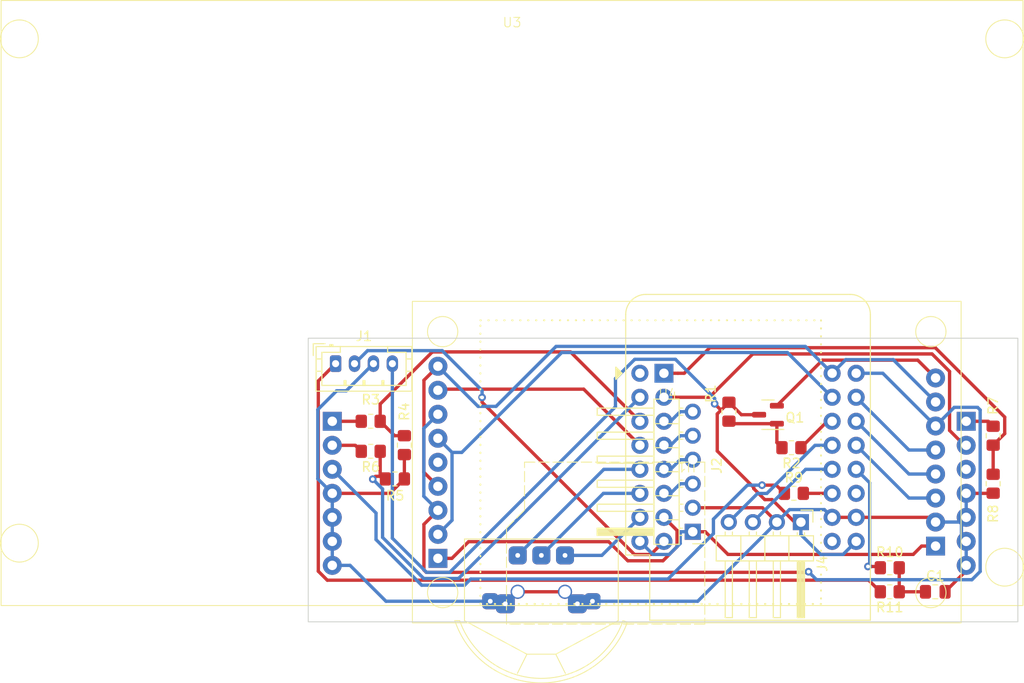
<source format=kicad_pcb>
(kicad_pcb (version 20221018) (generator pcbnew)
  (layers (0 "F.Cu" signal) (31 "B.Cu" signal) (34 "B.Paste" user) (35 "F.Paste" user) (36 "B.SilkS" user "B.Silkscreen") (37 "F.SilkS" user "F.Silkscreen") (38 "B.Mask" user) (39 "F.Mask" user) (44 "Edge.Cuts" user))
  (net 0 "")
  (net 1 "Net-(U3-enable)")
  (net 2 "iVin")
  (net 3 "GND")
  (net 4 "Net-(U3-V_in)")
  (net 5 "+5V")
  (net 6 "Net-(Q1-G)")
  (net 7 "Net-(Q1-S)")
  (net 8 "enable")
  (net 9 "iVout")
  (net 10 "Net-(U3-V_out)")
  (net 11 "Iout")
  (net 12 "up")
  (net 13 "push")
  (net 14 "down")
  (net 15 "Net-(R9-Pad2)")
  (net 16 "Net-(C1-Pad1)")
  (net 17 "DAC_out")
  (net 18 "SDA")
  (net 19 "SCL")
  (net 20 "Net-(R10-Pad1)")
  (net 21 "mode")
  (net 22 "CS")
  (net 23 "RESET")
  (net 24 "A0")
  (net 26 "SCK")
  (net 27 "T_CS")
  (net 30 "led")
  (net 32 "MOSI")
  (net 33 "SD_CS")
  (net 34 "MISO")
  (net 35 "DAC_in")
  (net 36 "3.3V")
  (net 37 "F1")
  (net 38 "F2")
  (net 39 "F3")
  (net 40 "F4")
  (footprint "Resistor_SMD:R_0805_2012Metric_Pad1.20x1.40mm_HandSolder" (layer "F.Cu") (at 110.744 94.996 180)
    (fp_text reference "R3" (at 0 2.286) (layer "F.SilkS"))
    (fp_text value "1k" hide)
    (pad "1" smd roundrect (at -1 0 180) (size 1.2 1.4) (layers "F.Cu" "F.Paste" "F.Mask") (roundrect_rratio 0.208333) (net 8 "enable"))
    (pad "2" smd roundrect (at 1 0 180) (size 1.2 1.4) (layers "F.Cu" "F.Paste" "F.Mask") (roundrect_rratio 0.208333) (net 1 "Net-(U3-enable)"))
  )
  (footprint "Capacitor_SMD:C_0805_2012Metric_Pad1.18x1.45mm_HandSolder" (layer "F.Cu") (at 170.4125 113.03)
    (fp_text reference "C1" (at 0 -1.68) (layer "F.SilkS"))
    (fp_text value "68nF" hide)
    (pad "1" smd roundrect (at -1.0375 0) (size 1.175 1.45) (layers "F.Cu" "F.Paste" "F.Mask") (roundrect_rratio 0.212766) (net 16 "Net-(C1-Pad1)"))
    (pad "2" smd roundrect (at 1.0375 0) (size 1.175 1.45) (layers "F.Cu" "F.Paste" "F.Mask") (roundrect_rratio 0.212766) (net 3 "GND"))
  )
  (footprint "Resistor_SMD:R_0805_2012Metric_Pad1.20x1.40mm_HandSolder" (layer "F.Cu") (at 176.53 101.6 90)
    (fp_text reference "R8" (at -3.175 0 90) (layer "F.SilkS"))
    (fp_text value "3k")
    (pad "1" smd roundrect (at -1 0 90) (size 1.2 1.4) (layers "F.Cu" "F.Paste" "F.Mask") (roundrect_rratio 0.208333) (net 3 "GND"))
    (pad "2" smd roundrect (at 1 0 90) (size 1.2 1.4) (layers "F.Cu" "F.Paste" "F.Mask") (roundrect_rratio 0.208333) (net 9 "iVout"))
  )
  (footprint "Resistor_SMD:R_0805_2012Metric_Pad1.20x1.40mm_HandSolder" (layer "F.Cu") (at 114.3 97.52 90)
    (fp_text reference "R4" (at 3.54 0 90) (layer "F.SilkS"))
    (fp_text value "1k" hide)
    (pad "1" smd roundrect (at -1 0 90) (size 1.2 1.4) (layers "F.Cu" "F.Paste" "F.Mask") (roundrect_rratio 0.208333) (net 3 "GND"))
    (pad "2" smd roundrect (at 1 0 90) (size 1.2 1.4) (layers "F.Cu" "F.Paste" "F.Mask") (roundrect_rratio 0.208333) (net 8 "enable"))
  )
  (footprint "Resistor_SMD:R_0805_2012Metric_Pad1.20x1.40mm_HandSolder" (layer "F.Cu") (at 176.53 96.52 90)
    (fp_text reference "R7" (at 3.175 0 90) (layer "F.SilkS"))
    (fp_text value "97k")
    (pad "1" smd roundrect (at -1 0 90) (size 1.2 1.4) (layers "F.Cu" "F.Paste" "F.Mask") (roundrect_rratio 0.208333) (net 9 "iVout"))
    (pad "2" smd roundrect (at 1 0 90) (size 1.2 1.4) (layers "F.Cu" "F.Paste" "F.Mask") (roundrect_rratio 0.208333) (net 10 "Net-(U3-V_out)"))
  )
  (footprint "Resistor_SMD:R_0805_2012Metric_Pad1.20x1.40mm_HandSolder" (layer "F.Cu") (at 110.744 98.171 180)
    (fp_text reference "R6" (at 0 -1.65) (layer "F.SilkS"))
    (fp_text value "97k" hide)
    (pad "1" smd roundrect (at -1 0 180) (size 1.2 1.4) (layers "F.Cu" "F.Paste" "F.Mask") (roundrect_rratio 0.208333) (net 2 "iVin"))
    (pad "2" smd roundrect (at 1 0 180) (size 1.2 1.4) (layers "F.Cu" "F.Paste" "F.Mask") (roundrect_rratio 0.208333) (net 4 "Net-(U3-V_in)"))
  )
  (footprint "Resistor_SMD:R_0805_2012Metric_Pad1.20x1.40mm_HandSolder" (layer "F.Cu") (at 148.6025 93.9825 -90)
    (fp_text reference "R1" (at -1.9075 1.9175 90) (layer "F.SilkS"))
    (fp_text value "30k")
    (pad "1" smd roundrect (at -1 0 270) (size 1.2 1.4) (layers "F.Cu" "F.Paste" "F.Mask") (roundrect_rratio 0.208333) (net 5 "+5V"))
    (pad "2" smd roundrect (at 1 0 270) (size 1.2 1.4) (layers "F.Cu" "F.Paste" "F.Mask") (roundrect_rratio 0.208333) (net 6 "Net-(Q1-G)"))
  )
  (footprint "Resistor_SMD:R_0805_2012Metric_Pad1.20x1.40mm_HandSolder" (layer "F.Cu") (at 113.3 101.092 180)
    (fp_text reference "R5" (at -0.016 -1.778) (layer "F.SilkS"))
    (fp_text value "3k" hide)
    (pad "1" smd roundrect (at -1 0 180) (size 1.2 1.4) (layers "F.Cu" "F.Paste" "F.Mask") (roundrect_rratio 0.208333) (net 3 "GND"))
    (pad "2" smd roundrect (at 1 0 180) (size 1.2 1.4) (layers "F.Cu" "F.Paste" "F.Mask") (roundrect_rratio 0.208333) (net 2 "iVin"))
  )
  (footprint "Resistor_SMD:R_0805_2012Metric_Pad1.20x1.40mm_HandSolder" (layer "F.Cu") (at 165.6025 113.03 180)
    (fp_text reference "R11" (at 0 -1.65) (layer "F.SilkS"))
    (fp_text value "?k" hide)
    (pad "1" smd roundrect (at -1 0 180) (size 1.2 1.4) (layers "F.Cu" "F.Paste" "F.Mask") (roundrect_rratio 0.208333) (net 16 "Net-(C1-Pad1)"))
    (pad "2" smd roundrect (at 1 0 180) (size 1.2 1.4) (layers "F.Cu" "F.Paste" "F.Mask") (roundrect_rratio 0.208333) (net 17 "DAC_out"))
  )
  (footprint "Resistor_SMD:R_0805_2012Metric_Pad1.20x1.40mm_HandSolder" (layer "F.Cu") (at 155.464 102.616)
    (fp_text reference "R9" (at 0 -1.65) (layer "F.SilkS"))
    (fp_text value "10k")
    (pad "1" smd roundrect (at -1 0) (size 1.2 1.4) (layers "F.Cu" "F.Paste" "F.Mask") (roundrect_rratio 0.208333) (net 35 "DAC_in"))
    (pad "2" smd roundrect (at 1 0) (size 1.2 1.4) (layers "F.Cu" "F.Paste" "F.Mask") (roundrect_rratio 0.208333) (net 15 "Net-(R9-Pad2)"))
  )
  (footprint "Connector_PinHeader_2.54mm:PinHeader_1x06_P2.54mm_Horizontal" (layer "F.Cu") (at 144.78 106.68 180)
    (fp_text reference "J2" (at -2.54 6.985 270) (layer "F.SilkS"))
    (fp_text value "free" hide)
    (pad "1" thru_hole rect (at 0 0 180) (size 1.7 1.7) (drill 1) (layers "*.Cu" "*.Mask") (net 36 "3.3V"))
    (pad "2" thru_hole oval (at 0 2.54 180) (size 1.7 1.7) (drill 1) (layers "*.Cu" "*.Mask") (net 3 "GND"))
    (pad "3" thru_hole oval (at 0 5.08 180) (size 1.7 1.7) (drill 1) (layers "*.Cu" "*.Mask") (net 37 "F1"))
    (pad "4" thru_hole oval (at 0 7.62 180) (size 1.7 1.7) (drill 1) (layers "*.Cu" "*.Mask") (net 38 "F2"))
    (pad "5" thru_hole oval (at 0 10.16 180) (size 1.7 1.7) (drill 1) (layers "*.Cu" "*.Mask") (net 39 "F3"))
    (pad "6" thru_hole oval (at 0 12.7 180) (size 1.7 1.7) (drill 1) (layers "*.Cu" "*.Mask") (net 40 "F4"))
  )
  (footprint "Connector_JST:JST_PH_B4B-PH-K_1x04_P2.00mm_Vertical" (layer "F.Cu") (at 107.03 88.9)
    (fp_text reference "J1" (at 3 -2.9) (layer "F.SilkS"))
    (fp_text value "dcdc")
    (pad "1" thru_hole roundrect (at 0 0) (size 1.2 1.75) (drill 0.75) (layers "*.Cu" "*.Mask") (roundrect_rratio 0.208333) (net 17 "DAC_out"))
    (pad "2" thru_hole oval (at 2 0) (size 1.2 1.75) (drill 0.75) (layers "*.Cu" "*.Mask") (net 21 "mode"))
    (pad "3" thru_hole oval (at 4 0) (size 1.2 1.75) (drill 0.75) (layers "*.Cu" "*.Mask") (net 3 "GND"))
    (pad "4" thru_hole oval (at 6 0) (size 1.2 1.75) (drill 0.75) (layers "*.Cu" "*.Mask") (net 5 "+5V"))
  )
  (footprint "Resistor_SMD:R_0805_2012Metric_Pad1.20x1.40mm_HandSolder" (layer "F.Cu") (at 165.6025 110.49)
    (fp_text reference "R10" (at 0 -1.65) (layer "F.SilkS"))
    (fp_text value "?k" hide)
    (pad "1" smd roundrect (at -1 0) (size 1.2 1.4) (layers "F.Cu" "F.Paste" "F.Mask") (roundrect_rratio 0.208333) (net 20 "Net-(R10-Pad1)"))
    (pad "2" smd roundrect (at 1 0) (size 1.2 1.4) (layers "F.Cu" "F.Paste" "F.Mask") (roundrect_rratio 0.208333) (net 16 "Net-(C1-Pad1)"))
  )
  (footprint "Connector_PinHeader_2.54mm:PinHeader_1x04_P2.54mm_Horizontal" (layer "F.Cu") (at 156.21 105.664 -90)
    (fp_text reference "J4" (at 4.385 -2.27 90) (layer "F.SilkS"))
    (fp_text value "I2C/Uart")
    (pad "1" thru_hole rect (at 0 0 270) (size 1.7 1.7) (drill 1) (layers "*.Cu" "*.Mask") (net 5 "+5V"))
    (pad "2" thru_hole oval (at 0 2.54 270) (size 1.7 1.7) (drill 1) (layers "*.Cu" "*.Mask") (net 3 "GND"))
    (pad "3" thru_hole oval (at 0 5.08 270) (size 1.7 1.7) (drill 1) (layers "*.Cu" "*.Mask") (net 18 "SDA"))
    (pad "4" thru_hole oval (at 0 7.62 270) (size 1.7 1.7) (drill 1) (layers "*.Cu" "*.Mask") (net 19 "SCL"))
  )
  (footprint "Esp20A80V:display 128x160 +touch +sd" (layer "F.Cu") (at 144.145 99.314 180)
    (fp_text reference "U1" (at 0 -0.5 180 unlocked) (layer "F.SilkS") (effects (font (thickness 0.1))))
    (fp_text value "spi tft with touch (+ sd card)")
    (pad "1" thru_hole rect (at -26.3 -8.88 180) (size 2 2) (drill 1) (layers "*.Cu" "*.Mask") (net 36 "3.3V"))
    (pad "2" thru_hole circle (at -26.3 -6.34 180) (size 2 2) (drill 1) (layers "*.Cu" "*.Mask") (net 3 "GND"))
    (pad "3" thru_hole circle (at -26.3 -3.8 180) (size 2 2) (drill 1) (layers "*.Cu" "*.Mask") (net 22 "CS"))
    (pad "4" thru_hole circle (at -26.3 -1.26 180) (size 2 2) (drill 1) (layers "*.Cu" "*.Mask") (net 23 "RESET"))
    (pad "5" thru_hole circle (at -26.3 1.28 180) (size 2 2) (drill 1) (layers "*.Cu" "*.Mask") (net 24 "A0"))
    (pad "6" thru_hole circle (at -26.3 3.82 180) (size 2 2) (drill 1) (layers "*.Cu" "*.Mask") (net 32 "MOSI"))
    (pad "7" thru_hole circle (at -26.3 6.36 180) (size 2 2) (drill 1) (layers "*.Cu" "*.Mask") (net 26 "SCK"))
    (pad "8" thru_hole circle (at -26.3 8.9 180) (size 2 2) (drill 1) (layers "*.Cu" "*.Mask") (net 7 "Net-(Q1-S)"))
    (pad "9" thru_hole rect (at 26.3 -10.18 180) (size 2 2) (drill 1) (layers "*.Cu" "*.Mask") (net 33 "SD_CS"))
    (pad "10" thru_hole circle (at 26.3 -7.64 180) (size 2 2) (drill 1) (layers "*.Cu" "*.Mask") (net 34 "MISO"))
    (pad "11" thru_hole circle (at 26.3 -5.1 180) (size 2 2) (drill 1) (layers "*.Cu" "*.Mask") (net 32 "MOSI"))
    (pad "12" thru_hole circle (at 26.3 -2.56 180) (size 2 2) (drill 1) (layers "*.Cu" "*.Mask") (net 26 "SCK"))
    (pad "13" thru_hole circle (at 26.3 -0.02 180) (size 2 2) (drill 1) (layers "*.Cu" "*.Mask"))
    (pad "14" thru_hole circle (at 26.3 2.52 180) (size 2 2) (drill 1) (layers "*.Cu" "*.Mask") (net 34 "MISO"))
    (pad "15" thru_hole circle (at 26.3 5.06 180) (size 2 2) (drill 1) (layers "*.Cu" "*.Mask") (net 32 "MOSI"))
    (pad "16" thru_hole circle (at 26.3 7.6 180) (size 2 2) (drill 1) (layers "*.Cu" "*.Mask") (net 27 "T_CS"))
    (pad "17" thru_hole circle (at 26.3 10.14 180) (size 2 2) (drill 1) (layers "*.Cu" "*.Mask") (net 26 "SCK"))
  )
  (footprint "Esp20A80V:20A80V dcdc" (layer "F.Cu") (at 125.68 82.486)
    (fp_text reference "U3" (at 0 -29.67 unlocked) (layer "F.SilkS") (effects (font (thickness 0.1))))
    (fp_text value "20A 80V dcdc")
    (pad "1" thru_hole rect (at -19 12.51) (size 2 2) (drill 1) (layers "*.Cu" "*.Mask") (net 1 "Net-(U3-enable)"))
    (pad "2" thru_hole circle (at -19 15.05) (size 2 2) (drill 1) (layers "*.Cu" "*.Mask") (net 4 "Net-(U3-V_in)"))
    (pad "3" thru_hole circle (at -19 17.59) (size 2 2) (drill 1) (layers "*.Cu" "*.Mask") (net 35 "DAC_in"))
    (pad "4" thru_hole circle (at -19 20.13) (size 2 2) (drill 1) (layers "*.Cu" "*.Mask") (net 3 "GND"))
    (pad "5" thru_hole circle (at -19 22.67) (size 2 2) (drill 1) (layers "*.Cu" "*.Mask") (net 3 "GND"))
    (pad "6" thru_hole circle (at -19 25.21) (size 2 2) (drill 1) (layers "*.Cu" "*.Mask") (net 3 "GND"))
    (pad "7" thru_hole circle (at -19 27.75) (size 2 2) (drill 1) (layers "*.Cu" "*.Mask") (net 3 "GND"))
    (pad "8" thru_hole rect (at 48 12.51) (size 2 2) (drill 1) (layers "*.Cu" "*.Mask") (net 10 "Net-(U3-V_out)"))
    (pad "9" thru_hole circle (at 48 15.05) (size 2 2) (drill 1) (layers "*.Cu" "*.Mask") (net 11 "Iout"))
    (pad "10" thru_hole circle (at 48 17.59) (size 2 2) (drill 1) (layers "*.Cu" "*.Mask"))
    (pad "11" thru_hole circle (at 48 20.13) (size 2 2) (drill 1) (layers "*.Cu" "*.Mask") (net 3 "GND"))
    (pad "12" thru_hole circle (at 48 22.67) (size 2 2) (drill 1) (layers "*.Cu" "*.Mask") (net 3 "GND"))
    (pad "13" thru_hole circle (at 48 25.21) (size 2 2) (drill 1) (layers "*.Cu" "*.Mask") (net 3 "GND"))
    (pad "14" thru_hole circle (at 48 27.75) (size 2 2) (drill 1) (layers "*.Cu" "*.Mask") (net 3 "GND"))
  )
  (footprint "Esp20A80V:Wemos S2 Mini" (layer "F.Cu") (at 142.137 92.611)
    (fp_text reference "U4" (at 0 -0.5 unlocked) (layer "F.SilkS") (effects (font (thickness 0.1))))
    (fp_text value "Wemos S2 Mini")
    (pad "1" thru_hole rect (at -0.405 -2.695) (size 2 2) (drill 1) (layers "*.Cu" "*.Mask") (net 9 "iVout"))
    (pad "2" thru_hole circle (at -0.405 -0.155) (size 1.8 1.8) (drill 1) (layers "*.Cu" "*.Mask") (net 11 "Iout"))
    (pad "3" thru_hole circle (at -2.945 -0.155) (size 1.8 1.8) (drill 1) (layers "*.Cu" "*.Mask") (net 2 "iVin"))
    (pad "4" thru_hole circle (at -0.405 2.385) (size 1.8 1.8) (drill 1) (layers "*.Cu" "*.Mask") (net 40 "F4"))
    (pad "5" thru_hole circle (at -2.945 2.385) (size 1.8 1.8) (drill 1) (layers "*.Cu" "*.Mask") (net 8 "enable"))
    (pad "6" thru_hole circle (at -0.405 4.925) (size 1.8 1.8) (drill 1) (layers "*.Cu" "*.Mask") (net 39 "F3"))
    (pad "7" thru_hole circle (at -2.945 4.925) (size 1.8 1.8) (drill 1) (layers "*.Cu" "*.Mask") (net 27 "T_CS"))
    (pad "8" thru_hole circle (at -0.405 7.465) (size 1.8 1.8) (drill 1) (layers "*.Cu" "*.Mask") (net 38 "F2"))
    (pad "9" thru_hole circle (at -2.945 7.465) (size 1.8 1.8) (drill 1) (layers "*.Cu" "*.Mask") (net 14 "down"))
    (pad "10" thru_hole circle (at -0.405 10.005) (size 1.8 1.8) (drill 1) (layers "*.Cu" "*.Mask") (net 37 "F1"))
    (pad "11" thru_hole circle (at -2.945 10.005) (size 1.8 1.8) (drill 1) (layers "*.Cu" "*.Mask") (net 13 "push"))
    (pad "12" thru_hole circle (at -2.945 12.545) (size 1.8 1.8) (drill 1) (layers "*.Cu" "*.Mask") (net 12 "up"))
    (pad "13" thru_hole circle (at -0.405 12.545) (size 1.8 1.8) (drill 1) (layers "*.Cu" "*.Mask") (net 33 "SD_CS"))
    (pad "14" thru_hole circle (at -0.405 15.085) (size 1.8 1.8) (drill 1) (layers "*.Cu" "*.Mask") (net 21 "mode"))
    (pad "15" thru_hole circle (at 17.375 15.085) (size 1.8 1.8) (drill 1) (layers "*.Cu" "*.Mask"))
    (pad "16" thru_hole circle (at 19.915 10.005) (size 1.8 1.8) (drill 1) (layers "*.Cu" "*.Mask"))
    (pad "17" thru_hole circle (at 17.375 10.005) (size 1.8 1.8) (drill 1) (layers "*.Cu" "*.Mask") (net 15 "Net-(R9-Pad2)"))
    (pad "18" thru_hole circle (at 19.915 7.465) (size 1.8 1.8) (drill 1) (layers "*.Cu" "*.Mask") (net 20 "Net-(R10-Pad1)"))
    (pad "21" thru_hole circle (at 17.375 7.465) (size 1.8 1.8) (drill 1) (layers "*.Cu" "*.Mask") (net 18 "SDA"))
    (pad "33" thru_hole circle (at 19.915 4.925) (size 1.8 1.8) (drill 1) (layers "*.Cu" "*.Mask") (net 22 "CS"))
    (pad "34" thru_hole circle (at 17.375 4.925) (size 1.8 1.8) (drill 1) (layers "*.Cu" "*.Mask") (net 19 "SCL"))
    (pad "35" thru_hole circle (at 19.915 2.385) (size 1.8 1.8) (drill 1) (layers "*.Cu" "*.Mask") (net 23 "RESET"))
    (pad "36" thru_hole circle (at 17.375 2.385) (size 1.8 1.8) (drill 1) (layers "*.Cu" "*.Mask") (net 30 "led"))
    (pad "37" thru_hole circle (at 19.915 -0.155) (size 1.8 1.8) (drill 1) (layers "*.Cu" "*.Mask") (net 24 "A0"))
    (pad "38" thru_hole circle (at 17.375 -0.155) (size 1.8 1.8) (drill 1) (layers "*.Cu" "*.Mask") (net 34 "MISO"))
    (pad "39" thru_hole circle (at 19.915 -2.695) (size 1.8 1.8) (drill 1) (layers "*.Cu" "*.Mask") (net 32 "MOSI"))
    (pad "40" thru_hole circle (at 17.375 -2.695) (size 1.8 1.8) (drill 1) (layers "*.Cu" "*.Mask") (net 26 "SCK"))
    (pad "50" thru_hole circle (at -2.945 15.085) (size 1.8 1.8) (drill 1) (layers "*.Cu" "*.Mask") (net 36 "3.3V"))
    (pad "51" thru_hole circle (at 19.915 15.085) (size 1.8 1.8) (drill 1) (layers "*.Cu" "*.Mask") (net 5 "+5V"))
    (pad "52" thru_hole circle (at -2.945 -2.695) (size 1.8 1.8) (drill 1) (layers "*.Cu" "*.Mask"))
    (pad "53" thru_hole circle (at 17.375 12.545) (size 1.8 1.8) (drill 1) (layers "*.Cu" "*.Mask") (net 3 "GND"))
    (pad "54" thru_hole circle (at 19.915 12.545) (size 1.8 1.8) (drill 1) (layers "*.Cu" "*.Mask") (net 3 "GND"))
  )
  (footprint "Resistor_SMD:R_0805_2012Metric_Pad1.20x1.40mm_HandSolder" (layer "F.Cu") (at 155.21 97.79 180)
    (fp_text reference "R2" (at 0 -1.65) (layer "F.SilkS"))
    (fp_text value "70k")
    (pad "1" smd roundrect (at -1 0 180) (size 1.2 1.4) (layers "F.Cu" "F.Paste" "F.Mask") (roundrect_rratio 0.208333) (net 30 "led"))
    (pad "2" smd roundrect (at 1 0 180) (size 1.2 1.4) (layers "F.Cu" "F.Paste" "F.Mask") (roundrect_rratio 0.208333) (net 6 "Net-(Q1-G)"))
  )
  (footprint "Package_TO_SOT_SMD:SOT-23" (layer "F.Cu") (at 152.7325 94.3 180)
    (fp_text reference "Q1" (at -2.8425 -0.315) (layer "F.SilkS"))
    (fp_text value "SI2305")
    (pad "1" smd roundrect (at -0.9375 -0.95 180) (size 1.475 0.6) (layers "F.Cu" "F.Paste" "F.Mask") (net 6 "Net-(Q1-G)"))
    (pad "2" smd roundrect (at -0.9375 0.95 180) (size 1.475 0.6) (layers "F.Cu" "F.Paste" "F.Mask") (net 7 "Net-(Q1-S)"))
    (pad "3" smd roundrect (at 0.9375 0 180) (size 1.475 0.6) (layers "F.Cu" "F.Paste" "F.Mask") (net 5 "+5V"))
  )
  (footprint "Esp20A80V:3way dial switch" (layer "F.Cu") (at 128.778 113.03 180)
    (fp_text reference "SW1" hide)
    (fp_text value "3x button" hide)
    (pad "1" thru_hole roundrect (at -2.5 3.85 180) (size 1.9 1.9) (drill 0.5) (layers "*.Cu" "*.Mask") (net 12 "up"))
    (pad "2" thru_hole roundrect (at 0 3.85 180) (size 1.9 1.9) (drill 0.5) (layers "*.Cu" "*.Mask") (net 13 "push"))
    (pad "3" thru_hole roundrect (at 2.5 3.85 180) (size 1.9 1.9) (drill 0.5) (layers "*.Cu" "*.Mask") (net 14 "down"))
    (pad "4" thru_hole roundrect (at -5.4 -1 180) (size 1.7 1.7) (drill 0.5) (layers "*.Cu" "*.Mask") (net 3 "GND"))
    (pad "4" thru_hole roundrect (at -3.81 -1.27 180) (size 2 2) (drill 0.5) (layers "*.Cu" "*.Mask") (net 3 "GND"))
    (pad "4" thru_hole circle (at -2.5 0 180) (size 1.5 1.5) (drill 1.2) (layers "*.Cu" "*.Mask") (net 3 "GND"))
    (pad "4" thru_hole circle (at 2.5 0 180) (size 1.5 1.5) (drill 1.2) (layers "*.Cu" "F.Mask") (net 3 "GND"))
    (pad "4" thru_hole roundrect (at 3.81 -1.27 180) (size 2 2) (drill 0.5) (layers "*.Cu" "*.Mask") (net 3 "GND"))
    (pad "4" thru_hole roundrect (at 5.4 -1 180) (size 1.7 1.7) (drill 0.5) (layers "*.Cu" "*.Mask") (net 3 "GND"))
  )
  (gr_rect (start 104.14 86.205) (end 179.14 116.205) (stroke (width 0.1)) (fill none) (layer "Edge.Cuts"))
  (segment (start 106.68 94.996) (end 109.744 94.996) (width 0.35) (layer "F.Cu") (net 1))
  (segment (start 111.744 100.814) (end 111.744 98.171) (width 0.35) (layer "F.Cu") (net 2))
  (segment (start 111.2581 100.814) (end 110.9557 101.1164) (width 0.35) (layer "F.Cu") (net 2))
  (segment (start 111.744 100.814) (end 111.2581 100.814) (width 0.35) (layer "F.Cu") (net 2))
  (segment (start 112.3 101.092) (end 112.022 100.814) (width 0.35) (layer "F.Cu") (net 2))
  (segment (start 112.022 100.814) (end 111.744 100.814) (width 0.35) (layer "F.Cu") (net 2))
  (via (at 110.9557 101.1164) (size 0.8) (drill 0.4) (layers "F.Cu" "B.Cu") (net 2))
  (segment (start 120.0249 111.6231) (end 139.192 92.456) (width 0.35) (layer "B.Cu") (net 2))
  (segment (start 111.995 102.1557) (end 111.995 107.2782) (width 0.35) (layer "B.Cu") (net 2))
  (segment (start 110.9557 101.1164) (end 111.995 102.1557) (width 0.35) (layer "B.Cu") (net 2))
  (segment (start 111.995 107.2782) (end 116.3399 111.6231) (width 0.35) (layer "B.Cu") (net 2))
  (segment (start 116.3399 111.6231) (end 120.0249 111.6231) (width 0.35) (layer "B.Cu") (net 2))
  (segment (start 162.052 105.156) (end 169.947 105.156) (width 0.35) (layer "F.Cu") (net 3))
  (segment (start 114.3 98.52) (end 114.3 101.092) (width 0.35) (layer "F.Cu") (net 3))
  (segment (start 126.278 113.03) (end 131.278 113.03) (width 0.35) (layer "F.Cu") (net 3))
  (segment (start 159.512 105.156) (end 162.052 105.156) (width 0.35) (layer "F.Cu") (net 3))
  (segment (start 112.776 102.616) (end 114.3 101.092) (width 0.35) (layer "F.Cu") (net 3))
  (segment (start 169.947 105.156) (end 170.445 105.654) (width 0.35) (layer "F.Cu") (net 3))
  (segment (start 133.908 114.3) (end 134.178 114.03) (width 0.35) (layer "F.Cu") (net 3))
  (segment (start 132.588 114.3) (end 133.908 114.3) (width 0.35) (layer "F.Cu") (net 3))
  (segment (start 144.78 104.14) (end 152.146 104.14) (width 0.35) (layer "F.Cu") (net 3))
  (segment (start 152.146 104.14) (end 153.67 105.664) (width 0.35) (layer "F.Cu") (net 3))
  (segment (start 173.68 102.616) (end 176.514 102.616) (width 0.35) (layer "F.Cu") (net 3))
  (segment (start 171.45 113.03) (end 173.68 110.8) (width 0.35) (layer "F.Cu") (net 3))
  (segment (start 173.68 110.8) (end 173.68 110.236) (width 0.35) (layer "F.Cu") (net 3))
  (segment (start 106.68 102.616) (end 112.776 102.616) (width 0.35) (layer "F.Cu") (net 3))
  (segment (start 124.968 114.3) (end 124.698 114.03) (width 0.35) (layer "F.Cu") (net 3))
  (segment (start 124.698 114.03) (end 123.378 114.03) (width 0.35) (layer "F.Cu") (net 3))
  (segment (start 176.514 102.616) (end 176.53 102.6) (width 0.35) (layer "F.Cu") (net 3))
  (segment (start 106.68 102.616) (end 106.68 105.156) (width 0.35) (layer "B.Cu") (net 3))
  (segment (start 153.67 105.664) (end 145.304 114.03) (width 0.35) (layer "B.Cu") (net 3))
  (segment (start 173.68 102.616) (end 173.68 105.156) (width 0.35) (layer "B.Cu") (net 3))
  (segment (start 159.512 105.156) (end 158.6931 104.3371) (width 0.35) (layer "B.Cu") (net 3))
  (segment (start 112.3539 114.03) (end 108.5599 110.236) (width 0.35) (layer "B.Cu") (net 3))
  (segment (start 131.318 113.03) (end 132.588 114.3) (width 0.35) (layer "B.Cu") (net 3))
  (segment (start 105.1501 101.0861) (end 106.68 102.616) (width 0.35) (layer "B.Cu") (net 3))
  (segment (start 170.445 105.654) (end 173.182 105.654) (width 0.35) (layer "B.Cu") (net 3))
  (segment (start 173.182 105.654) (end 173.182 107.198) (width 0.35) (layer "B.Cu") (net 3))
  (segment (start 106.68 110.236) (end 106.68 107.696) (width 0.35) (layer "B.Cu") (net 3))
  (segment (start 173.68 107.696) (end 173.68 110.236) (width 0.35) (layer "B.Cu") (net 3))
  (segment (start 107.1451 91.7684) (end 105.1501 93.7634) (width 0.35) (layer "B.Cu") (net 3))
  (segment (start 105.1501 93.7634) (end 105.1501 101.0861) (width 0.35) (layer "B.Cu") (net 3))
  (segment (start 106.68 107.696) (end 106.68 105.156) (width 0.35) (layer "B.Cu") (net 3))
  (segment (start 154.9969 104.3371) (end 153.67 105.664) (width 0.35) (layer "B.Cu") (net 3))
  (segment (start 125.008 114.3) (end 126.278 113.03) (width 0.35) (layer "B.Cu") (net 3))
  (segment (start 123.378 114.03) (end 112.3539 114.03) (width 0.35) (layer "B.Cu") (net 3))
  (segment (start 158.6931 104.3371) (end 154.9969 104.3371) (width 0.35) (layer "B.Cu") (net 3))
  (segment (start 131.278 113.03) (end 131.318 113.03) (width 0.35) (layer "B.Cu") (net 3))
  (segment (start 173.182 105.654) (end 173.68 105.156) (width 0.35) (layer "B.Cu") (net 3))
  (segment (start 108.1616 91.7684) (end 107.1451 91.7684) (width 0.35) (layer "B.Cu") (net 3))
  (segment (start 124.968 114.3) (end 125.008 114.3) (width 0.35) (layer "B.Cu") (net 3))
  (segment (start 145.304 114.03) (end 134.178 114.03) (width 0.35) (layer "B.Cu") (net 3))
  (segment (start 111.03 88.9) (end 108.1616 91.7684) (width 0.35) (layer "B.Cu") (net 3))
  (segment (start 173.182 107.198) (end 173.68 107.696) (width 0.35) (layer "B.Cu") (net 3))
  (segment (start 108.5599 110.236) (end 106.68 110.236) (width 0.35) (layer "B.Cu") (net 3))
  (segment (start 109.109 97.536) (end 109.744 98.171) (width 0.35) (layer "F.Cu") (net 4))
  (segment (start 106.68 97.536) (end 109.109 97.536) (width 0.35) (layer "F.Cu") (net 4))
  (segment (start 155.5465 105.664) (end 156.21 105.664) (width 0.35) (layer "F.Cu") (net 5))
  (segment (start 147.7669 93.8181) (end 147.3683 94.2167) (width 0.35) (layer "F.Cu") (net 5))
  (segment (start 147.3683 98.14) (end 151.2232 101.9949) (width 0.35) (layer "F.Cu") (net 5))
  (segment (start 151.2232 102.1149) (end 152.3906 103.2823) (width 0.35) (layer "F.Cu") (net 5))
  (segment (start 151.795 94.3) (end 149.92 94.3) (width 0.35) (layer "F.Cu") (net 5))
  (segment (start 151.2232 101.9949) (end 151.2232 102.1149) (width 0.35) (layer "F.Cu") (net 5))
  (segment (start 147.7669 93.8181) (end 148.6025 92.9825) (width 0.35) (layer "F.Cu") (net 5))
  (segment (start 149.92 94.3) (end 148.6025 92.9825) (width 0.35) (layer "F.Cu") (net 5))
  (segment (start 147.7669 93.8181) (end 147.0917 93.143) (width 0.35) (layer "F.Cu") (net 5))
  (segment (start 152.3906 103.2823) (end 153.1648 103.2823) (width 0.35) (layer "F.Cu") (net 5))
  (segment (start 147.3683 94.2167) (end 147.3683 98.14) (width 0.35) (layer "F.Cu") (net 5))
  (segment (start 153.1648 103.2823) (end 155.5465 105.664) (width 0.35) (layer "F.Cu") (net 5))
  (via (at 147.0917 93.143) (size 0.8) (drill 0.4) (layers "F.Cu" "B.Cu") (net 5))
  (segment (start 136.6103 90.4777) (end 136.6103 93.4564) (width 0.35) (layer "B.Cu") (net 5))
  (segment (start 113.03 107.3613) (end 113.03 88.9) (width 0.35) (layer "B.Cu") (net 5))
  (segment (start 147.0917 92.582) (end 142.948 88.4383) (width 0.35) (layer "B.Cu") (net 5))
  (segment (start 160.6659 109.0821) (end 162.052 107.696) (width 0.35) (layer "B.Cu") (net 5))
  (segment (start 138.6497 88.4383) (end 136.6103 90.4777) (width 0.35) (layer "B.Cu") (net 5))
  (segment (start 119.0958 110.9709) (end 116.6396 110.9709) (width 0.35) (layer "B.Cu") (net 5))
  (segment (start 147.0917 93.143) (end 147.0917 92.582) (width 0.35) (layer "B.Cu") (net 5))
  (segment (start 142.948 88.4383) (end 138.6497 88.4383) (width 0.35) (layer "B.Cu") (net 5))
  (segment (start 136.6103 93.4564) (end 119.0958 110.9709) (width 0.35) (layer "B.Cu") (net 5))
  (segment (start 156.21 105.664) (end 156.21 106.9909) (width 0.35) (layer "B.Cu") (net 5))
  (segment (start 116.6396 110.9709) (end 113.03 107.3613) (width 0.35) (layer "B.Cu") (net 5))
  (segment (start 158.3012 109.0821) (end 160.6659 109.0821) (width 0.35) (layer "B.Cu") (net 5))
  (segment (start 156.21 106.9909) (end 158.3012 109.0821) (width 0.35) (layer "B.Cu") (net 5))
  (segment (start 153.67 97.25) (end 153.67 95.25) (width 0.35) (layer "F.Cu") (net 6))
  (segment (start 153.67 95.25) (end 148.87 95.25) (width 0.35) (layer "F.Cu") (net 6))
  (segment (start 154.21 97.79) (end 153.67 97.25) (width 0.35) (layer "F.Cu") (net 6))
  (segment (start 148.87 95.25) (end 148.6025 94.9825) (width 0.35) (layer "F.Cu") (net 6))
  (segment (start 168.5619 88.5309) (end 170.445 90.414) (width 0.35) (layer "F.Cu") (net 7))
  (segment (start 158.4891 88.5309) (end 168.5619 88.5309) (width 0.35) (layer "F.Cu") (net 7))
  (segment (start 153.67 93.35) (end 158.4891 88.5309) (width 0.35) (layer "F.Cu") (net 7))
  (segment (start 111.744 94.996) (end 111.744 93.1685) (width 0.35) (layer "F.Cu") (net 8))
  (segment (start 114.3 96.52) (end 113.268 96.52) (width 0.35) (layer "F.Cu") (net 8))
  (segment (start 131.8529 87.6569) (end 139.192 94.996) (width 0.35) (layer "F.Cu") (net 8))
  (segment (start 111.744 93.1685) (end 117.2556 87.6569) (width 0.35) (layer "F.Cu") (net 8))
  (segment (start 113.268 96.52) (end 111.744 94.996) (width 0.35) (layer "F.Cu") (net 8))
  (segment (start 117.2556 87.6569) (end 131.8529 87.6569) (width 0.35) (layer "F.Cu") (net 8))
  (segment (start 143.2089 89.916) (end 143.877 89.916) (width 0.35) (layer "F.Cu") (net 9))
  (segment (start 146.58 87.213) (end 170.4115 87.213) (width 0.35) (layer "F.Cu") (net 9))
  (segment (start 176.53 97.52) (end 176.53 100.6) (width 0.35) (layer "F.Cu") (net 9))
  (segment (start 177.7503 96.2997) (end 176.53 97.52) (width 0.35) (layer "F.Cu") (net 9))
  (segment (start 141.732 89.916) (end 143.2089 89.916) (width 0.35) (layer "F.Cu") (net 9))
  (segment (start 170.4115 87.213) (end 177.7503 94.5518) (width 0.35) (layer "F.Cu") (net 9))
  (segment (start 143.877 89.916) (end 146.58 87.213) (width 0.35) (layer "F.Cu") (net 9))
  (segment (start 177.7503 94.5518) (end 177.7503 96.2997) (width 0.35) (layer "F.Cu") (net 9))
  (segment (start 173.68 94.996) (end 176.006 94.996) (width 0.35) (layer "F.Cu") (net 10))
  (segment (start 176.006 94.996) (end 176.53 95.52) (width 0.35) (layer "F.Cu") (net 10))
  (segment (start 173.4956 97.536) (end 171.9219 95.9623) (width 0.35) (layer "F.Cu") (net 11))
  (segment (start 171.9219 95.9623) (end 171.9219 89.7248) (width 0.35) (layer "F.Cu") (net 11))
  (segment (start 151.1227 87.8719) (end 146.5386 92.456) (width 0.35) (layer "F.Cu") (net 11))
  (segment (start 173.68 97.536) (end 173.4956 97.536) (width 0.35) (layer "F.Cu") (net 11))
  (segment (start 146.5386 92.456) (end 141.732 92.456) (width 0.35) (layer "F.Cu") (net 11))
  (segment (start 170.069 87.8719) (end 151.1227 87.8719) (width 0.35) (layer "F.Cu") (net 11))
  (segment (start 171.9219 89.7248) (end 170.069 87.8719) (width 0.35) (layer "F.Cu") (net 11))
  (segment (start 131.278 109.18) (end 135.168 109.18) (width 0.35) (layer "B.Cu") (net 12))
  (segment (start 135.168 109.18) (end 139.192 105.156) (width 0.35) (layer "B.Cu") (net 12))
  (segment (start 128.778 109.18) (end 135.342 102.616) (width 0.35) (layer "B.Cu") (net 13))
  (segment (start 135.342 102.616) (end 139.192 102.616) (width 0.35) (layer "B.Cu") (net 13))
  (segment (start 135.382 100.076) (end 139.192 100.076) (width 0.35) (layer "B.Cu") (net 14))
  (segment (start 126.278 109.18) (end 135.382 100.076) (width 0.35) (layer "B.Cu") (net 14))
  (segment (start 159.512 102.616) (end 156.464 102.616) (width 0.35) (layer "F.Cu") (net 15))
  (segment (start 169.375 113.03) (end 166.6025 113.03) (width 0.35) (layer "F.Cu") (net 16))
  (segment (start 166.6025 110.49) (end 166.6025 113.03) (width 0.35) (layer "F.Cu") (net 16))
  (segment (start 105.2031 110.856) (end 105.2031 90.7269) (width 0.35) (layer "F.Cu") (net 17))
  (segment (start 163.3756 111.8031) (end 106.1502 111.8031) (width 0.35) (layer "F.Cu") (net 17))
  (segment (start 105.2031 90.7269) (end 107.03 88.9) (width 0.35) (layer "F.Cu") (net 17))
  (segment (start 106.1502 111.8031) (end 105.2031 110.856) (width 0.35) (layer "F.Cu") (net 17))
  (segment (start 164.6025 113.03) (end 163.3756 111.8031) (width 0.35) (layer "F.Cu") (net 17))
  (segment (start 156.718 100.076) (end 151.13 105.664) (width 0.35) (layer "B.Cu") (net 18))
  (segment (start 159.512 100.076) (end 156.718 100.076) (width 0.35) (layer "B.Cu") (net 18))
  (segment (start 148.59 105.664) (end 151.6254 102.6286) (width 0.35) (layer "B.Cu") (net 19))
  (segment (start 157.7031 97.536) (end 159.512 97.536) (width 0.35) (layer "B.Cu") (net 19))
  (segment (start 152.6105 102.6286) (end 157.7031 97.536) (width 0.35) (layer "B.Cu") (net 19))
  (segment (start 151.6254 102.6286) (end 152.6105 102.6286) (width 0.35) (layer "B.Cu") (net 19))
  (segment (start 164.6025 110.49) (end 164.468 110.3555) (width 0.35) (layer "F.Cu") (net 20))
  (segment (start 164.468 110.3555) (end 163.2959 110.3555) (width 0.35) (layer "F.Cu") (net 20))
  (via (at 163.2959 110.3555) (size 0.8) (drill 0.4) (layers "F.Cu" "B.Cu") (net 20))
  (segment (start 163.4772 110.1742) (end 163.2959 110.3555) (width 0.35) (layer "B.Cu") (net 20))
  (segment (start 162.052 100.076) (end 163.4772 101.5012) (width 0.35) (layer "B.Cu") (net 20))
  (segment (start 163.4772 101.5012) (end 163.4772 110.1742) (width 0.35) (layer "B.Cu") (net 20))
  (segment (start 140.3438 109.0842) (end 138.618 109.0842) (width 0.35) (layer "F.Cu") (net 21))
  (segment (start 122.5135 92.9797) (end 122.5135 92.474) (width 0.35) (layer "F.Cu") (net 21))
  (segment (start 138.618 109.0842) (end 122.5135 92.9797) (width 0.35) (layer "F.Cu") (net 21))
  (segment (start 141.732 107.696) (end 140.3438 109.0842) (width 0.35) (layer "F.Cu") (net 21))
  (via (at 122.5135 92.474) (size 0.8) (drill 0.4) (layers "F.Cu" "B.Cu") (net 21))
  (segment (start 122.5135 91.7391) (end 118.3001 87.5257) (width 0.35) (layer "B.Cu") (net 21))
  (segment (start 110.4043 87.5257) (end 109.03 88.9) (width 0.35) (layer "B.Cu") (net 21))
  (segment (start 122.5135 92.474) (end 122.5135 91.7391) (width 0.35) (layer "B.Cu") (net 21))
  (segment (start 118.3001 87.5257) (end 110.4043 87.5257) (width 0.35) (layer "B.Cu") (net 21))
  (segment (start 167.63 103.114) (end 170.445 103.114) (width 0.35) (layer "B.Cu") (net 22))
  (segment (start 162.052 97.536) (end 167.63 103.114) (width 0.35) (layer "B.Cu") (net 22))
  (segment (start 162.052 94.996) (end 167.63 100.574) (width 0.35) (layer "B.Cu") (net 23))
  (segment (start 167.63 100.574) (end 170.445 100.574) (width 0.35) (layer "B.Cu") (net 23))
  (segment (start 162.052 92.456) (end 167.63 98.034) (width 0.35) (layer "B.Cu") (net 24))
  (segment (start 167.63 98.034) (end 170.445 98.034) (width 0.35) (layer "B.Cu") (net 24))
  (segment (start 116.3677 100.3967) (end 116.3677 90.6513) (width 0.35) (layer "F.Cu") (net 26))
  (segment (start 116.3677 90.6513) (end 117.845 89.174) (width 0.35) (layer "F.Cu") (net 26))
  (segment (start 117.845 101.874) (end 116.3677 100.3967) (width 0.35) (layer "F.Cu") (net 26))
  (segment (start 160.9507 88.4773) (end 159.512 89.916) (width 0.35) (layer "B.Cu") (net 26))
  (segment (start 122.0865 93.4155) (end 117.845 89.174) (width 0.35) (layer "B.Cu") (net 26))
  (segment (start 130.3379 87.0701) (end 123.9925 93.4155) (width 0.35) (layer "B.Cu") (net 26))
  (segment (start 159.512 89.916) (end 156.6661 87.0701) (width 0.35) (layer "B.Cu") (net 26))
  (segment (start 156.6661 87.0701) (end 130.3379 87.0701) (width 0.35) (layer "B.Cu") (net 26))
  (segment (start 165.9683 88.4773) (end 160.9507 88.4773) (width 0.35) (layer "B.Cu") (net 26))
  (segment (start 123.9925 93.4155) (end 122.0865 93.4155) (width 0.35) (layer "B.Cu") (net 26))
  (segment (start 170.445 92.954) (end 165.9683 88.4773) (width 0.35) (layer "B.Cu") (net 26))
  (segment (start 117.845 91.714) (end 117.9619 91.5971) (width 0.35) (layer "F.Cu") (net 27))
  (segment (start 133.2531 91.5971) (end 139.192 97.536) (width 0.35) (layer "F.Cu") (net 27))
  (segment (start 117.9619 91.5971) (end 133.2531 91.5971) (width 0.35) (layer "F.Cu") (net 27))
  (segment (start 159.004 94.996) (end 156.21 97.79) (width 0.35) (layer "F.Cu") (net 30))
  (segment (start 159.512 94.996) (end 159.004 94.996) (width 0.35) (layer "F.Cu") (net 30))
  (segment (start 157.0157 110.9058) (end 156.9506 110.9709) (width 0.35) (layer "F.Cu") (net 32))
  (segment (start 156.9506 110.9709) (end 116.6098 110.9709) (width 0.35) (layer "F.Cu") (net 32))
  (segment (start 116.3654 105.8936) (end 117.845 104.414) (width 0.35) (layer "F.Cu") (net 32))
  (segment (start 116.6098 110.9709) (end 116.3654 110.7265) (width 0.35) (layer "F.Cu") (net 32))
  (segment (start 116.3654 110.7265) (end 116.3654 105.8936) (width 0.35) (layer "F.Cu") (net 32))
  (via (at 157.0157 110.9058) (size 0.8) (drill 0.4) (layers "F.Cu" "B.Cu") (net 32))
  (segment (start 117.845 104.414) (end 116.3555 102.9245) (width 0.35) (layer "B.Cu") (net 32))
  (segment (start 174.8775 93.5191) (end 175.1569 93.7985) (width 0.35) (layer "B.Cu") (net 32))
  (segment (start 172.4199 93.5191) (end 174.8775 93.5191) (width 0.35) (layer "B.Cu") (net 32))
  (segment (start 116.3555 102.9245) (end 116.3555 95.7435) (width 0.35) (layer "B.Cu") (net 32))
  (segment (start 157.8619 111.752) (end 157.0157 110.9058) (width 0.35) (layer "B.Cu") (net 32))
  (segment (start 116.3555 95.7435) (end 117.845 94.254) (width 0.35) (layer "B.Cu") (net 32))
  (segment (start 170.445 95.494) (end 172.4199 93.5191) (width 0.35) (layer "B.Cu") (net 32))
  (segment (start 162.052 89.916) (end 164.867 89.916) (width 0.35) (layer "B.Cu") (net 32))
  (segment (start 175.1569 93.7985) (end 175.1569 110.883) (width 0.35) (layer "B.Cu") (net 32))
  (segment (start 164.867 89.916) (end 170.445 95.494) (width 0.35) (layer "B.Cu") (net 32))
  (segment (start 174.2879 111.752) (end 157.8619 111.752) (width 0.35) (layer "B.Cu") (net 32))
  (segment (start 175.1569 110.883) (end 174.2879 111.752) (width 0.35) (layer "B.Cu") (net 32))
  (segment (start 143.116 106.54) (end 141.732 105.156) (width 0.35) (layer "F.Cu") (net 33))
  (segment (start 117.845 109.494) (end 119.3219 109.494) (width 0.35) (layer "F.Cu") (net 33))
  (segment (start 135.8947 107.7294) (end 137.9142 109.7489) (width 0.35) (layer "F.Cu") (net 33))
  (segment (start 121.0865 107.7294) (end 135.8947 107.7294) (width 0.35) (layer "F.Cu") (net 33))
  (segment (start 143.116 108.2666) (end 143.116 106.54) (width 0.35) (layer "F.Cu") (net 33))
  (segment (start 137.9142 109.7489) (end 141.6337 109.7489) (width 0.35) (layer "F.Cu") (net 33))
  (segment (start 119.3219 109.494) (end 121.0865 107.7294) (width 0.35) (layer "F.Cu") (net 33))
  (segment (start 141.6337 109.7489) (end 143.116 108.2666) (width 0.35) (layer "F.Cu") (net 33))
  (segment (start 154.7791 87.7231) (end 130.9318 87.7231) (width 0.35) (layer "B.Cu") (net 34))
  (segment (start 120.3687 98.2862) (end 119.3372 98.2862) (width 0.35) (layer "B.Cu") (net 34))
  (segment (start 117.845 96.794) (end 119.3372 98.2862) (width 0.35) (layer "B.Cu") (net 34))
  (segment (start 119.3372 98.2862) (end 119.3372 105.4618) (width 0.35) (layer "B.Cu") (net 34))
  (segment (start 130.9318 87.7231) (end 120.3687 98.2862) (width 0.35) (layer "B.Cu") (net 34))
  (segment (start 119.3372 105.4618) (end 117.845 106.954) (width 0.35) (layer "B.Cu") (net 34))
  (segment (start 159.512 92.456) (end 154.7791 87.7231) (width 0.35) (layer "B.Cu") (net 34))
  (segment (start 153.5997 101.7517) (end 154.464 102.616) (width 0.35) (layer "F.Cu") (net 35))
  (segment (start 152.1001 101.7517) (end 153.5997 101.7517) (width 0.35) (layer "F.Cu") (net 35))
  (via (at 152.1001 101.7517) (size 0.8) (drill 0.4) (layers "F.Cu" "B.Cu") (net 35))
  (segment (start 150.5589 101.7517) (end 152.1001 101.7517) (width 0.35) (layer "B.Cu") (net 35))
  (segment (start 146.9642 105.3464) (end 150.5589 101.7517) (width 0.35) (layer "B.Cu") (net 35))
  (segment (start 146.9642 106.8771) (end 146.9642 105.3464) (width 0.35) (layer "B.Cu") (net 35))
  (segment (start 120.6646 112.3313) (end 121.3165 111.6794) (width 0.35) (layer "B.Cu") (net 35))
  (segment (start 111.3041 107.5093) (end 116.1261 112.3313) (width 0.35) (layer "B.Cu") (net 35))
  (segment (start 121.3165 111.6794) (end 142.1619 111.6794) (width 0.35) (layer "B.Cu") (net 35))
  (segment (start 142.1619 111.6794) (end 146.9642 106.8771) (width 0.35) (layer "B.Cu") (net 35))
  (segment (start 106.68 100.076) (end 111.3041 104.7001) (width 0.35) (layer "B.Cu") (net 35))
  (segment (start 111.3041 104.7001) (end 111.3041 107.5093) (width 0.35) (layer "B.Cu") (net 35))
  (segment (start 116.1261 112.3313) (end 120.6646 112.3313) (width 0.35) (layer "B.Cu") (net 35))
  (segment (start 146.1069 106.68) (end 148.5058 109.0789) (width 0.35) (layer "F.Cu") (net 36))
  (segment (start 148.5058 109.0789) (end 168.0832 109.0789) (width 0.35) (layer "F.Cu") (net 36))
  (segment (start 144.78 106.68) (end 146.1069 106.68) (width 0.35) (layer "F.Cu") (net 36))
  (segment (start 168.0832 109.0789) (end 168.9681 108.194) (width 0.35) (layer "F.Cu") (net 36))
  (segment (start 170.445 108.194) (end 168.9681 108.194) (width 0.35) (layer "F.Cu") (net 36))
  (segment (start 143.4531 107.924) (end 143.4531 106.68) (width 0.35) (layer "B.Cu") (net 36))
  (segment (start 142.2948 109.0823) (end 143.4531 107.924) (width 0.35) (layer "B.Cu") (net 36))
  (segment (start 144.78 106.68) (end 143.4531 106.68) (width 0.35) (layer "B.Cu") (net 36))
  (segment (start 140.5783 109.0823) (end 142.2948 109.0823) (width 0.35) (layer "B.Cu") (net 36))
  (segment (start 139.192 107.696) (end 140.5783 109.0823) (width 0.35) (layer "B.Cu") (net 36))
  (segment (start 142.4371 102.616) (end 143.4531 101.6) (width 0.35) (layer "B.Cu") (net 37))
  (segment (start 141.732 102.616) (end 142.4371 102.616) (width 0.35) (layer "B.Cu") (net 37))
  (segment (start 144.78 101.6) (end 143.4531 101.6) (width 0.35) (layer "B.Cu") (net 37))
  (segment (start 142.4371 100.076) (end 143.4531 99.06) (width 0.35) (layer "B.Cu") (net 38))
  (segment (start 144.78 99.06) (end 143.4531 99.06) (width 0.35) (layer "B.Cu") (net 38))
  (segment (start 141.732 100.076) (end 142.4371 100.076) (width 0.35) (layer "B.Cu") (net 38))
  (segment (start 144.78 96.52) (end 143.4531 96.52) (width 0.35) (layer "B.Cu") (net 39))
  (segment (start 142.4371 97.536) (end 143.4531 96.52) (width 0.35) (layer "B.Cu") (net 39))
  (segment (start 141.732 97.536) (end 142.4371 97.536) (width 0.35) (layer "B.Cu") (net 39))
  (segment (start 141.732 94.996) (end 142.4371 94.996) (width 0.35) (layer "B.Cu") (net 40))
  (segment (start 142.4371 94.996) (end 143.4531 93.98) (width 0.35) (layer "B.Cu") (net 40))
  (segment (start 144.78 93.98) (end 143.4531 93.98) (width 0.35) (layer "B.Cu") (net 40))
)
</source>
